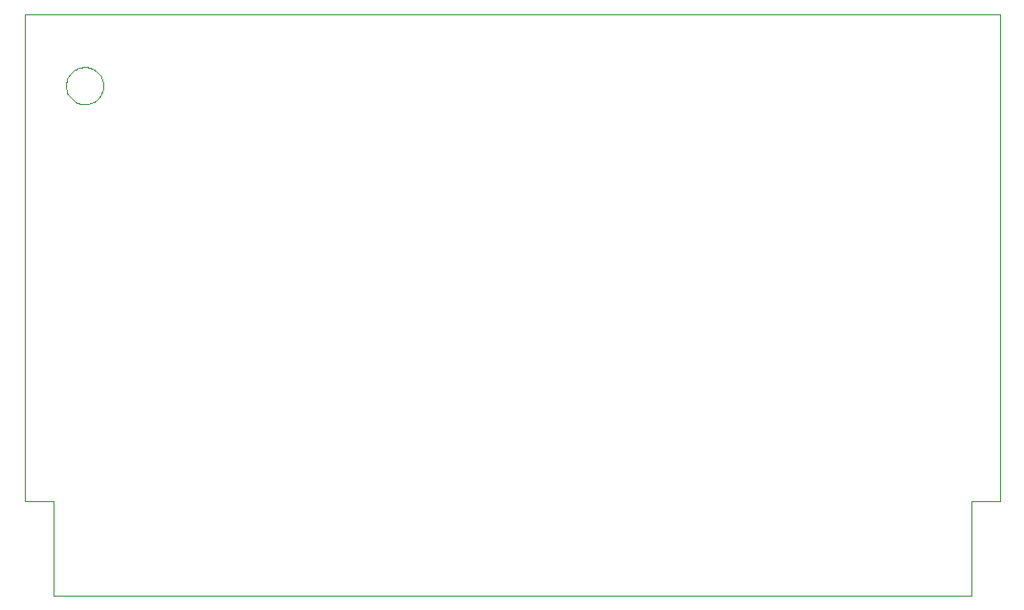
<source format=gko>
G75*
%MOIN*%
%OFA0B0*%
%FSLAX24Y24*%
%IPPOS*%
%LPD*%
%AMOC8*
5,1,8,0,0,1.08239X$1,22.5*
%
%ADD10C,0.0000*%
D10*
X001180Y000140D02*
X033180Y000140D01*
X033180Y003440D01*
X034180Y003440D01*
X034180Y020436D01*
X000180Y020436D01*
X000180Y003440D01*
X001180Y003440D01*
X001180Y000140D01*
X001630Y017940D02*
X001632Y017990D01*
X001638Y018040D01*
X001648Y018090D01*
X001661Y018138D01*
X001678Y018186D01*
X001699Y018232D01*
X001723Y018276D01*
X001751Y018318D01*
X001782Y018358D01*
X001816Y018395D01*
X001853Y018430D01*
X001892Y018461D01*
X001933Y018490D01*
X001977Y018515D01*
X002023Y018537D01*
X002070Y018555D01*
X002118Y018569D01*
X002167Y018580D01*
X002217Y018587D01*
X002267Y018590D01*
X002318Y018589D01*
X002368Y018584D01*
X002418Y018575D01*
X002466Y018563D01*
X002514Y018546D01*
X002560Y018526D01*
X002605Y018503D01*
X002648Y018476D01*
X002688Y018446D01*
X002726Y018413D01*
X002761Y018377D01*
X002794Y018338D01*
X002823Y018297D01*
X002849Y018254D01*
X002872Y018209D01*
X002891Y018162D01*
X002906Y018114D01*
X002918Y018065D01*
X002926Y018015D01*
X002930Y017965D01*
X002930Y017915D01*
X002926Y017865D01*
X002918Y017815D01*
X002906Y017766D01*
X002891Y017718D01*
X002872Y017671D01*
X002849Y017626D01*
X002823Y017583D01*
X002794Y017542D01*
X002761Y017503D01*
X002726Y017467D01*
X002688Y017434D01*
X002648Y017404D01*
X002605Y017377D01*
X002560Y017354D01*
X002514Y017334D01*
X002466Y017317D01*
X002418Y017305D01*
X002368Y017296D01*
X002318Y017291D01*
X002267Y017290D01*
X002217Y017293D01*
X002167Y017300D01*
X002118Y017311D01*
X002070Y017325D01*
X002023Y017343D01*
X001977Y017365D01*
X001933Y017390D01*
X001892Y017419D01*
X001853Y017450D01*
X001816Y017485D01*
X001782Y017522D01*
X001751Y017562D01*
X001723Y017604D01*
X001699Y017648D01*
X001678Y017694D01*
X001661Y017742D01*
X001648Y017790D01*
X001638Y017840D01*
X001632Y017890D01*
X001630Y017940D01*
M02*

</source>
